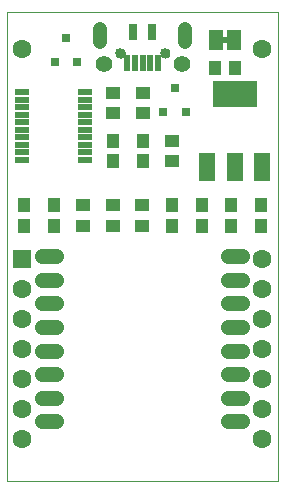
<source format=gts>
G75*
%MOIN*%
%OFA0B0*%
%FSLAX25Y25*%
%IPPOS*%
%LPD*%
%AMOC8*
5,1,8,0,0,1.08239X$1,22.5*
%
%ADD10C,0.00000*%
%ADD11R,0.04337X0.04731*%
%ADD12R,0.04731X0.04337*%
%ADD13R,0.04900X0.01900*%
%ADD14R,0.02762X0.03156*%
%ADD15R,0.05200X0.09200*%
%ADD16R,0.14573X0.09061*%
%ADD17R,0.02762X0.05715*%
%ADD18R,0.01975X0.05321*%
%ADD19C,0.05518*%
%ADD20C,0.04731*%
%ADD21C,0.03353*%
%ADD22C,0.06306*%
%ADD23R,0.06306X0.06306*%
%ADD24C,0.05124*%
%ADD25R,0.05000X0.06700*%
%ADD26C,0.00500*%
D10*
X0001800Y0001800D02*
X0001800Y0158296D01*
X0038119Y0144517D02*
X0038121Y0144594D01*
X0038127Y0144670D01*
X0038137Y0144746D01*
X0038151Y0144821D01*
X0038168Y0144896D01*
X0038190Y0144969D01*
X0038215Y0145042D01*
X0038245Y0145113D01*
X0038277Y0145182D01*
X0038314Y0145249D01*
X0038353Y0145315D01*
X0038396Y0145378D01*
X0038443Y0145439D01*
X0038492Y0145498D01*
X0038545Y0145554D01*
X0038600Y0145607D01*
X0038658Y0145657D01*
X0038718Y0145704D01*
X0038781Y0145748D01*
X0038846Y0145789D01*
X0038913Y0145826D01*
X0038982Y0145860D01*
X0039052Y0145890D01*
X0039124Y0145916D01*
X0039198Y0145938D01*
X0039272Y0145957D01*
X0039347Y0145972D01*
X0039423Y0145983D01*
X0039499Y0145990D01*
X0039576Y0145993D01*
X0039652Y0145992D01*
X0039729Y0145987D01*
X0039805Y0145978D01*
X0039881Y0145965D01*
X0039955Y0145948D01*
X0040029Y0145928D01*
X0040102Y0145903D01*
X0040173Y0145875D01*
X0040243Y0145843D01*
X0040311Y0145808D01*
X0040377Y0145769D01*
X0040441Y0145727D01*
X0040502Y0145681D01*
X0040562Y0145632D01*
X0040618Y0145581D01*
X0040672Y0145526D01*
X0040723Y0145469D01*
X0040771Y0145409D01*
X0040816Y0145347D01*
X0040857Y0145282D01*
X0040895Y0145216D01*
X0040930Y0145148D01*
X0040960Y0145077D01*
X0040988Y0145006D01*
X0041011Y0144933D01*
X0041031Y0144859D01*
X0041047Y0144784D01*
X0041059Y0144708D01*
X0041067Y0144632D01*
X0041071Y0144555D01*
X0041071Y0144479D01*
X0041067Y0144402D01*
X0041059Y0144326D01*
X0041047Y0144250D01*
X0041031Y0144175D01*
X0041011Y0144101D01*
X0040988Y0144028D01*
X0040960Y0143957D01*
X0040930Y0143886D01*
X0040895Y0143818D01*
X0040857Y0143752D01*
X0040816Y0143687D01*
X0040771Y0143625D01*
X0040723Y0143565D01*
X0040672Y0143508D01*
X0040618Y0143453D01*
X0040562Y0143402D01*
X0040502Y0143353D01*
X0040441Y0143307D01*
X0040377Y0143265D01*
X0040311Y0143226D01*
X0040243Y0143191D01*
X0040173Y0143159D01*
X0040102Y0143131D01*
X0040029Y0143106D01*
X0039955Y0143086D01*
X0039881Y0143069D01*
X0039805Y0143056D01*
X0039729Y0143047D01*
X0039652Y0143042D01*
X0039576Y0143041D01*
X0039499Y0143044D01*
X0039423Y0143051D01*
X0039347Y0143062D01*
X0039272Y0143077D01*
X0039198Y0143096D01*
X0039124Y0143118D01*
X0039052Y0143144D01*
X0038982Y0143174D01*
X0038913Y0143208D01*
X0038846Y0143245D01*
X0038781Y0143286D01*
X0038718Y0143330D01*
X0038658Y0143377D01*
X0038600Y0143427D01*
X0038545Y0143480D01*
X0038492Y0143536D01*
X0038443Y0143595D01*
X0038396Y0143656D01*
X0038353Y0143719D01*
X0038314Y0143785D01*
X0038277Y0143852D01*
X0038245Y0143921D01*
X0038215Y0143992D01*
X0038190Y0144065D01*
X0038168Y0144138D01*
X0038151Y0144213D01*
X0038137Y0144288D01*
X0038127Y0144364D01*
X0038121Y0144440D01*
X0038119Y0144517D01*
X0001800Y0158295D02*
X0092352Y0158295D01*
X0092351Y0158296D02*
X0092351Y0001800D01*
X0001800Y0001800D01*
X0053080Y0144517D02*
X0053082Y0144594D01*
X0053088Y0144670D01*
X0053098Y0144746D01*
X0053112Y0144821D01*
X0053129Y0144896D01*
X0053151Y0144969D01*
X0053176Y0145042D01*
X0053206Y0145113D01*
X0053238Y0145182D01*
X0053275Y0145249D01*
X0053314Y0145315D01*
X0053357Y0145378D01*
X0053404Y0145439D01*
X0053453Y0145498D01*
X0053506Y0145554D01*
X0053561Y0145607D01*
X0053619Y0145657D01*
X0053679Y0145704D01*
X0053742Y0145748D01*
X0053807Y0145789D01*
X0053874Y0145826D01*
X0053943Y0145860D01*
X0054013Y0145890D01*
X0054085Y0145916D01*
X0054159Y0145938D01*
X0054233Y0145957D01*
X0054308Y0145972D01*
X0054384Y0145983D01*
X0054460Y0145990D01*
X0054537Y0145993D01*
X0054613Y0145992D01*
X0054690Y0145987D01*
X0054766Y0145978D01*
X0054842Y0145965D01*
X0054916Y0145948D01*
X0054990Y0145928D01*
X0055063Y0145903D01*
X0055134Y0145875D01*
X0055204Y0145843D01*
X0055272Y0145808D01*
X0055338Y0145769D01*
X0055402Y0145727D01*
X0055463Y0145681D01*
X0055523Y0145632D01*
X0055579Y0145581D01*
X0055633Y0145526D01*
X0055684Y0145469D01*
X0055732Y0145409D01*
X0055777Y0145347D01*
X0055818Y0145282D01*
X0055856Y0145216D01*
X0055891Y0145148D01*
X0055921Y0145077D01*
X0055949Y0145006D01*
X0055972Y0144933D01*
X0055992Y0144859D01*
X0056008Y0144784D01*
X0056020Y0144708D01*
X0056028Y0144632D01*
X0056032Y0144555D01*
X0056032Y0144479D01*
X0056028Y0144402D01*
X0056020Y0144326D01*
X0056008Y0144250D01*
X0055992Y0144175D01*
X0055972Y0144101D01*
X0055949Y0144028D01*
X0055921Y0143957D01*
X0055891Y0143886D01*
X0055856Y0143818D01*
X0055818Y0143752D01*
X0055777Y0143687D01*
X0055732Y0143625D01*
X0055684Y0143565D01*
X0055633Y0143508D01*
X0055579Y0143453D01*
X0055523Y0143402D01*
X0055463Y0143353D01*
X0055402Y0143307D01*
X0055338Y0143265D01*
X0055272Y0143226D01*
X0055204Y0143191D01*
X0055134Y0143159D01*
X0055063Y0143131D01*
X0054990Y0143106D01*
X0054916Y0143086D01*
X0054842Y0143069D01*
X0054766Y0143056D01*
X0054690Y0143047D01*
X0054613Y0143042D01*
X0054537Y0143041D01*
X0054460Y0143044D01*
X0054384Y0143051D01*
X0054308Y0143062D01*
X0054233Y0143077D01*
X0054159Y0143096D01*
X0054085Y0143118D01*
X0054013Y0143144D01*
X0053943Y0143174D01*
X0053874Y0143208D01*
X0053807Y0143245D01*
X0053742Y0143286D01*
X0053679Y0143330D01*
X0053619Y0143377D01*
X0053561Y0143427D01*
X0053506Y0143480D01*
X0053453Y0143536D01*
X0053404Y0143595D01*
X0053357Y0143656D01*
X0053314Y0143719D01*
X0053275Y0143785D01*
X0053238Y0143852D01*
X0053206Y0143921D01*
X0053176Y0143992D01*
X0053151Y0144065D01*
X0053129Y0144138D01*
X0053112Y0144213D01*
X0053098Y0144288D01*
X0053088Y0144364D01*
X0053082Y0144440D01*
X0053080Y0144517D01*
D11*
X0047076Y0115383D03*
X0047076Y0108690D03*
X0056918Y0093729D03*
X0056918Y0087036D03*
X0066761Y0087036D03*
X0066761Y0093729D03*
X0076603Y0093729D03*
X0076603Y0087036D03*
X0086446Y0087036D03*
X0086446Y0093729D03*
X0077981Y0139595D03*
X0071288Y0139595D03*
X0037233Y0115383D03*
X0037233Y0108690D03*
X0017391Y0093729D03*
X0017391Y0087036D03*
X0007548Y0087036D03*
X0007548Y0093729D03*
D12*
X0027233Y0093729D03*
X0027233Y0087036D03*
X0037076Y0087036D03*
X0037076Y0093729D03*
X0046918Y0093729D03*
X0046918Y0087036D03*
X0056918Y0108690D03*
X0056918Y0115383D03*
X0047076Y0124438D03*
X0047076Y0131131D03*
X0037233Y0131131D03*
X0037233Y0124438D03*
D13*
X0027878Y0123952D03*
X0027878Y0121452D03*
X0027878Y0118952D03*
X0027878Y0116452D03*
X0027878Y0113952D03*
X0027878Y0111452D03*
X0027878Y0108952D03*
X0027878Y0126452D03*
X0027878Y0128952D03*
X0027878Y0131452D03*
X0006778Y0131452D03*
X0006778Y0128952D03*
X0006778Y0126452D03*
X0006778Y0123952D03*
X0006778Y0121452D03*
X0006778Y0118952D03*
X0006778Y0116452D03*
X0006778Y0113952D03*
X0006778Y0111452D03*
X0006778Y0108952D03*
D14*
X0017745Y0141564D03*
X0021485Y0149438D03*
X0025225Y0141564D03*
X0053965Y0125028D03*
X0057706Y0132902D03*
X0061446Y0125028D03*
D15*
X0068700Y0106631D03*
X0077800Y0106631D03*
X0086900Y0106631D03*
D16*
X0077800Y0131032D03*
D17*
X0050225Y0151603D03*
X0043926Y0151603D03*
D18*
X0044517Y0141072D03*
X0047076Y0141072D03*
X0049635Y0141072D03*
X0052194Y0141072D03*
X0041957Y0141072D03*
D19*
X0034083Y0140973D03*
X0060068Y0140973D03*
D20*
X0061249Y0148257D02*
X0061249Y0152587D01*
X0032902Y0152587D02*
X0032902Y0148257D01*
D21*
X0039595Y0144517D03*
X0054556Y0144517D03*
D22*
X0086800Y0146048D03*
X0086800Y0076048D03*
X0086800Y0066048D03*
X0086800Y0056048D03*
X0086800Y0046048D03*
X0086800Y0036048D03*
X0086800Y0026048D03*
X0086800Y0016048D03*
X0006800Y0016048D03*
X0006800Y0026048D03*
X0006800Y0036048D03*
X0006800Y0046048D03*
X0006800Y0056048D03*
X0006800Y0066048D03*
X0006800Y0146048D03*
D23*
X0006800Y0076048D03*
D24*
X0013591Y0076871D02*
X0018316Y0076871D01*
X0018316Y0068997D02*
X0013591Y0068997D01*
X0013591Y0061123D02*
X0018316Y0061123D01*
X0018316Y0053249D02*
X0013591Y0053249D01*
X0013591Y0045375D02*
X0018316Y0045375D01*
X0018316Y0037501D02*
X0013591Y0037501D01*
X0013591Y0029627D02*
X0018316Y0029627D01*
X0018316Y0021753D02*
X0013591Y0021753D01*
X0075402Y0021753D02*
X0080127Y0021753D01*
X0080127Y0029627D02*
X0075402Y0029627D01*
X0075402Y0037501D02*
X0080127Y0037501D01*
X0080127Y0045375D02*
X0075402Y0045375D01*
X0075402Y0053249D02*
X0080127Y0053249D01*
X0080127Y0061123D02*
X0075402Y0061123D01*
X0075402Y0068997D02*
X0080127Y0068997D01*
X0080127Y0076871D02*
X0075402Y0076871D01*
D25*
X0077398Y0148847D03*
X0071398Y0148847D03*
D26*
X0073298Y0148861D02*
X0075398Y0148861D01*
X0075398Y0149359D02*
X0073298Y0149359D01*
X0073298Y0149547D02*
X0073298Y0148147D01*
X0075398Y0148147D01*
X0075398Y0149547D01*
X0073298Y0149547D01*
X0073298Y0148362D02*
X0075398Y0148362D01*
M02*

</source>
